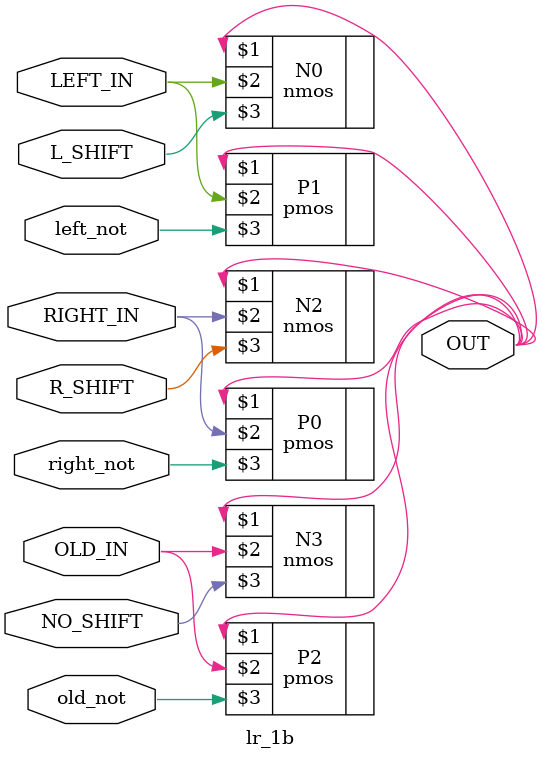
<source format=v>
`timescale 1ns / 1ns 

module lr_1b ( OUT, LEFT_IN, L_SHIFT, NO_SHIFT, OLD_IN, RIGHT_IN,
     R_SHIFT, left_not, old_not, right_not );
output  OUT;

input  LEFT_IN, L_SHIFT, NO_SHIFT, OLD_IN, RIGHT_IN, R_SHIFT, left_not,
     old_not, right_not;


specify 
    specparam CDS_LIBNAME  = "ece555_final";
    specparam CDS_CELLNAME = "lr_1b";
    specparam CDS_VIEWNAME = "schematic";
endspecify

nmos N0 ( OUT, LEFT_IN, L_SHIFT);
nmos N2 ( OUT, RIGHT_IN, R_SHIFT);
nmos N3 ( OUT, OLD_IN, NO_SHIFT);
pmos P1 ( OUT, LEFT_IN, left_not);
pmos P2 ( OUT, OLD_IN, old_not);
pmos P0 ( OUT, RIGHT_IN, right_not);

endmodule

</source>
